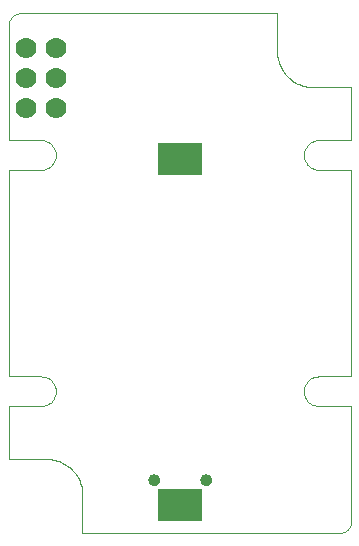
<source format=gbs>
G75*
G70*
%OFA0B0*%
%FSLAX24Y24*%
%IPPOS*%
%LPD*%
%AMOC8*
5,1,8,0,0,1.08239X$1,22.5*
%
%ADD10C,0.0000*%
%ADD11C,0.0394*%
%ADD12C,0.0700*%
%ADD13R,0.1457X0.1064*%
D10*
X002428Y003348D02*
X003708Y003348D01*
X003774Y003346D01*
X003840Y003341D01*
X003906Y003331D01*
X003971Y003318D01*
X004035Y003302D01*
X004098Y003282D01*
X004160Y003258D01*
X004220Y003231D01*
X004279Y003201D01*
X004336Y003167D01*
X004391Y003130D01*
X004444Y003090D01*
X004495Y003048D01*
X004543Y003002D01*
X004589Y002954D01*
X004631Y002903D01*
X004671Y002850D01*
X004708Y002795D01*
X004742Y002738D01*
X004772Y002679D01*
X004799Y002619D01*
X004823Y002557D01*
X004843Y002494D01*
X004859Y002430D01*
X004872Y002365D01*
X004882Y002299D01*
X004887Y002233D01*
X004889Y002167D01*
X004889Y000888D01*
X013452Y000888D01*
X013452Y000887D02*
X013491Y000889D01*
X013529Y000895D01*
X013566Y000904D01*
X013603Y000917D01*
X013638Y000934D01*
X013671Y000953D01*
X013702Y000976D01*
X013731Y001002D01*
X013757Y001031D01*
X013780Y001062D01*
X013799Y001095D01*
X013816Y001130D01*
X013829Y001167D01*
X013838Y001204D01*
X013844Y001242D01*
X013846Y001281D01*
X013845Y001281D02*
X013845Y005120D01*
X012763Y005120D01*
X012720Y005122D01*
X012678Y005127D01*
X012636Y005137D01*
X012595Y005150D01*
X012555Y005166D01*
X012517Y005186D01*
X012481Y005209D01*
X012447Y005235D01*
X012415Y005264D01*
X012386Y005296D01*
X012360Y005330D01*
X012337Y005366D01*
X012317Y005404D01*
X012301Y005444D01*
X012288Y005485D01*
X012278Y005527D01*
X012273Y005569D01*
X012271Y005612D01*
X012273Y005655D01*
X012278Y005697D01*
X012288Y005739D01*
X012301Y005780D01*
X012317Y005820D01*
X012337Y005858D01*
X012360Y005894D01*
X012386Y005928D01*
X012415Y005960D01*
X012447Y005989D01*
X012481Y006015D01*
X012517Y006038D01*
X012555Y006058D01*
X012595Y006074D01*
X012636Y006087D01*
X012678Y006097D01*
X012720Y006102D01*
X012763Y006104D01*
X013845Y006104D01*
X013845Y012994D01*
X012763Y012994D01*
X012720Y012996D01*
X012678Y013001D01*
X012636Y013011D01*
X012595Y013024D01*
X012555Y013040D01*
X012517Y013060D01*
X012481Y013083D01*
X012447Y013109D01*
X012415Y013138D01*
X012386Y013170D01*
X012360Y013204D01*
X012337Y013240D01*
X012317Y013278D01*
X012301Y013318D01*
X012288Y013359D01*
X012278Y013401D01*
X012273Y013443D01*
X012271Y013486D01*
X012273Y013529D01*
X012278Y013571D01*
X012288Y013613D01*
X012301Y013654D01*
X012317Y013694D01*
X012337Y013732D01*
X012360Y013768D01*
X012386Y013802D01*
X012415Y013834D01*
X012447Y013863D01*
X012481Y013889D01*
X012517Y013912D01*
X012555Y013932D01*
X012595Y013948D01*
X012636Y013961D01*
X012678Y013971D01*
X012720Y013976D01*
X012763Y013978D01*
X013845Y013978D01*
X013845Y015750D01*
X012566Y015750D01*
X012500Y015752D01*
X012434Y015757D01*
X012368Y015767D01*
X012303Y015780D01*
X012239Y015796D01*
X012176Y015816D01*
X012114Y015840D01*
X012054Y015867D01*
X011995Y015897D01*
X011938Y015931D01*
X011883Y015968D01*
X011830Y016008D01*
X011779Y016050D01*
X011731Y016096D01*
X011685Y016144D01*
X011643Y016195D01*
X011603Y016248D01*
X011566Y016303D01*
X011532Y016360D01*
X011502Y016419D01*
X011475Y016479D01*
X011451Y016541D01*
X011431Y016604D01*
X011415Y016668D01*
X011402Y016733D01*
X011392Y016799D01*
X011387Y016865D01*
X011385Y016931D01*
X011385Y018210D01*
X002822Y018210D01*
X002822Y018211D02*
X002783Y018209D01*
X002745Y018203D01*
X002708Y018194D01*
X002671Y018181D01*
X002636Y018164D01*
X002603Y018145D01*
X002572Y018122D01*
X002543Y018096D01*
X002517Y018067D01*
X002494Y018036D01*
X002475Y018003D01*
X002458Y017968D01*
X002445Y017931D01*
X002436Y017894D01*
X002430Y017856D01*
X002428Y017817D01*
X002428Y013978D01*
X003511Y013978D01*
X003554Y013976D01*
X003596Y013971D01*
X003638Y013961D01*
X003679Y013948D01*
X003719Y013932D01*
X003757Y013912D01*
X003793Y013889D01*
X003827Y013863D01*
X003859Y013834D01*
X003888Y013802D01*
X003914Y013768D01*
X003937Y013732D01*
X003957Y013694D01*
X003973Y013654D01*
X003986Y013613D01*
X003996Y013571D01*
X004001Y013529D01*
X004003Y013486D01*
X004001Y013443D01*
X003996Y013401D01*
X003986Y013359D01*
X003973Y013318D01*
X003957Y013278D01*
X003937Y013240D01*
X003914Y013204D01*
X003888Y013170D01*
X003859Y013138D01*
X003827Y013109D01*
X003793Y013083D01*
X003757Y013060D01*
X003719Y013040D01*
X003679Y013024D01*
X003638Y013011D01*
X003596Y013001D01*
X003554Y012996D01*
X003511Y012994D01*
X002428Y012994D01*
X002428Y006104D01*
X003511Y006104D01*
X003554Y006102D01*
X003596Y006097D01*
X003638Y006087D01*
X003679Y006074D01*
X003719Y006058D01*
X003757Y006038D01*
X003793Y006015D01*
X003827Y005989D01*
X003859Y005960D01*
X003888Y005928D01*
X003914Y005894D01*
X003937Y005858D01*
X003957Y005820D01*
X003973Y005780D01*
X003986Y005739D01*
X003996Y005697D01*
X004001Y005655D01*
X004003Y005612D01*
X004001Y005569D01*
X003996Y005527D01*
X003986Y005485D01*
X003973Y005444D01*
X003957Y005404D01*
X003937Y005366D01*
X003914Y005330D01*
X003888Y005296D01*
X003859Y005264D01*
X003827Y005235D01*
X003793Y005209D01*
X003757Y005186D01*
X003719Y005166D01*
X003679Y005150D01*
X003638Y005137D01*
X003596Y005127D01*
X003554Y005122D01*
X003511Y005120D01*
X002428Y005120D01*
X002428Y003348D01*
X007094Y002659D02*
X007096Y002685D01*
X007102Y002711D01*
X007112Y002736D01*
X007125Y002759D01*
X007141Y002779D01*
X007161Y002797D01*
X007183Y002812D01*
X007206Y002824D01*
X007232Y002832D01*
X007258Y002836D01*
X007284Y002836D01*
X007310Y002832D01*
X007336Y002824D01*
X007360Y002812D01*
X007381Y002797D01*
X007401Y002779D01*
X007417Y002759D01*
X007430Y002736D01*
X007440Y002711D01*
X007446Y002685D01*
X007448Y002659D01*
X007446Y002633D01*
X007440Y002607D01*
X007430Y002582D01*
X007417Y002559D01*
X007401Y002539D01*
X007381Y002521D01*
X007359Y002506D01*
X007336Y002494D01*
X007310Y002486D01*
X007284Y002482D01*
X007258Y002482D01*
X007232Y002486D01*
X007206Y002494D01*
X007182Y002506D01*
X007161Y002521D01*
X007141Y002539D01*
X007125Y002559D01*
X007112Y002582D01*
X007102Y002607D01*
X007096Y002633D01*
X007094Y002659D01*
X008826Y002659D02*
X008828Y002685D01*
X008834Y002711D01*
X008844Y002736D01*
X008857Y002759D01*
X008873Y002779D01*
X008893Y002797D01*
X008915Y002812D01*
X008938Y002824D01*
X008964Y002832D01*
X008990Y002836D01*
X009016Y002836D01*
X009042Y002832D01*
X009068Y002824D01*
X009092Y002812D01*
X009113Y002797D01*
X009133Y002779D01*
X009149Y002759D01*
X009162Y002736D01*
X009172Y002711D01*
X009178Y002685D01*
X009180Y002659D01*
X009178Y002633D01*
X009172Y002607D01*
X009162Y002582D01*
X009149Y002559D01*
X009133Y002539D01*
X009113Y002521D01*
X009091Y002506D01*
X009068Y002494D01*
X009042Y002486D01*
X009016Y002482D01*
X008990Y002482D01*
X008964Y002486D01*
X008938Y002494D01*
X008914Y002506D01*
X008893Y002521D01*
X008873Y002539D01*
X008857Y002559D01*
X008844Y002582D01*
X008834Y002607D01*
X008828Y002633D01*
X008826Y002659D01*
D11*
X009003Y002659D03*
X007271Y002659D03*
D12*
X004003Y015045D03*
X004003Y016045D03*
X004003Y017045D03*
X003019Y017045D03*
X003019Y016045D03*
X003019Y015045D03*
D13*
X008137Y013348D03*
X008137Y001813D03*
M02*

</source>
